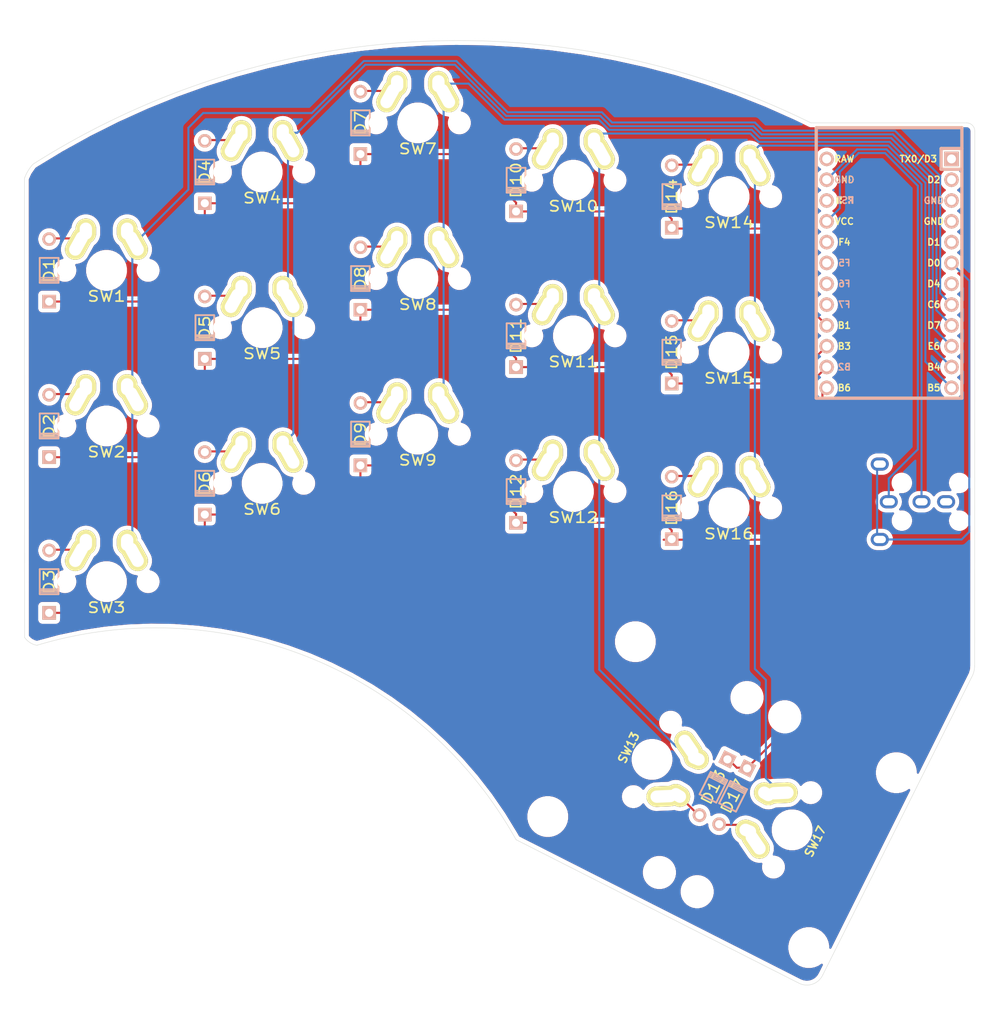
<source format=kicad_pcb>
(kicad_pcb (version 20171130) (host pcbnew 5.1.5)
  (layers (0 F.Cu signal) (31 B.Cu signal) (34 B.Paste user) (35 F.Paste user) (36 B.SilkS user) (37 F.SilkS user) (38 B.Mask user) (39 F.Mask user) (44 Edge.Cuts user))
  (net 0 "")
  (net 1 "Net-(D1-Pad2)")
  (net 2 "Net-(D2-Pad2)")
  (net 3 "Net-(D3-Pad2)")
  (net 4 "Net-(D5-Pad2)")
  (net 5 "Net-(D6-Pad2)")
  (net 6 "Net-(D7-Pad2)")
  (net 7 ROW2)
  (net 8 "Net-(D10-Pad2)")
  (net 9 "Net-(D11-Pad2)")
  (net 10 "Net-(D12-Pad2)")
  (net 11 "Net-(D15-Pad2)")
  (net 12 "Net-(D16-Pad2)")
  (net 13 "Net-(D17-Pad2)")
  (net 14 ROW1)
  (net 15 ROW3)
  (net 16 COL0)
  (net 17 COL1)
  (net 18 COL2)
  (net 19 COL3)
  (net 20 COL4)
  (net 21 ROW0)
  (net 22 SDA)
  (net 23 "Net-(D4-Pad2)")
  (net 24 "Net-(D8-Pad2)")
  (net 25 "Net-(D9-Pad2)")
  (net 26 "Net-(D13-Pad2)")
  (net 27 "Net-(D14-Pad2)")
  (net 28 "Net-(U1-Pad3)")
  (net 29 "Net-(U1-Pad2)")
  (module footprints:trrs (layer B.Cu) (at 135.7 67.25 90)
    (fp_text reference U1)
    (fp_text value TRRS)
    (pad 3 thru_hole oval (at 0 -6.2 90) (size 1.6 2.2) (drill oval 0.9 1.5) (layers *.Cu *.Mask) (net 28 "Net-(U1-Pad3)"))
    (pad "" np_thru_hole circle (at -2.3 -1.6 90) (size 1.5 1.5) (drill 1.5) (layers *.Cu *.Mask))
    (pad "" np_thru_hole circle (at -2.3 -8.6 90) (size 1.5 1.5) (drill 1.5) (layers *.Cu *.Mask))
    (pad 4 thru_hole oval (at 0 -3.2 90) (size 1.6 2.2) (drill oval 0.9 1.5) (layers *.Cu *.Mask))
    (pad 2 thru_hole oval (at 0 -10.2 90) (size 1.6 2.2) (drill oval 0.9 1.5) (layers *.Cu *.Mask) (net 29 "Net-(U1-Pad2)"))
    (pad 1 thru_hole oval (at -4.6 -11.3 90) (size 1.6 2.2) (drill oval 0.9 1.5) (layers *.Cu *.Mask) (net 22 SDA))
    (pad 1 thru_hole oval (at 4.6 -11.3 90) (size 1.6 2.2) (drill oval 0.9 1.5) (layers *.Cu *.Mask) (net 22 SDA))
    (pad "" np_thru_hole circle (at 2.3 -1.6 90) (size 1.5 1.5) (drill 1.5) (layers *.Cu *.Mask))
    (pad "" np_thru_hole circle (at 2.3 -8.6 90) (size 1.5 1.5) (drill 1.5) (layers *.Cu *.Mask))
  )
  (module footprints:promicro (layer B.Cu) (at 125.54 39.37 270)
    (fp_text reference U2 hide)
    (fp_text value ProMicro hide)
    (fp_text user ST (at -8.92 5.73312 180) (layer B.SilkS) (effects (font (size 0.8 0.8)) (justify mirror)))
    (fp_text user TX0/D3 (at -13.97 -3.571872 180) (layer F.SilkS) (effects (font (size 0.8 0.8))))
    (fp_text user TX0/D3 (at -13.97 -3.571872 180) (layer F.SilkS) (effects (font (size 0.8 0.8))))
    (fp_text user D2 (at -11.43 -5.461 180) (layer F.SilkS) (effects (font (size 0.8 0.8))))
    (fp_text user D0 (at -1.27 -5.461 180) (layer F.SilkS) (effects (font (size 0.8 0.8))))
    (fp_text user D1 (at -3.81 -5.461 180) (layer F.SilkS) (effects (font (size 0.8 0.8))))
    (fp_text user GND (at -6.35 -5.461 180) (layer F.SilkS) (effects (font (size 0.8 0.8))))
    (fp_text user GND (at -8.89 -5.461 180) (layer B.SilkS) (effects (font (size 0.8 0.8)) (justify mirror)))
    (fp_text user D4 (at 1.27 -5.461 180) (layer F.SilkS) (effects (font (size 0.8 0.8))))
    (fp_text user C6 (at 3.81 -5.461 180) (layer F.SilkS) (effects (font (size 0.8 0.8))))
    (fp_text user D7 (at 6.35 -5.461 180) (layer F.SilkS) (effects (font (size 0.8 0.8))))
    (fp_text user E6 (at 8.89 -5.461 180) (layer F.SilkS) (effects (font (size 0.8 0.8))))
    (fp_text user B4 (at 11.43 -5.461 180) (layer F.SilkS) (effects (font (size 0.8 0.8))))
    (fp_text user B5 (at 13.97 -5.461 180) (layer F.SilkS) (effects (font (size 0.8 0.8))))
    (fp_text user B6 (at 13.97 5.461 180) (layer F.SilkS) (effects (font (size 0.8 0.8))))
    (fp_text user B2 (at 11.43 5.461 180) (layer B.SilkS) (effects (font (size 0.8 0.8)) (justify mirror)))
    (fp_text user B3 (at 8.89 5.461 180) (layer F.SilkS) (effects (font (size 0.8 0.8))))
    (fp_text user B1 (at 6.35 5.461 180) (layer F.SilkS) (effects (font (size 0.8 0.8))))
    (fp_text user F7 (at 3.81 5.461 180) (layer B.SilkS) (effects (font (size 0.8 0.8)) (justify mirror)))
    (fp_text user F6 (at 1.27 5.461 180) (layer B.SilkS) (effects (font (size 0.8 0.8)) (justify mirror)))
    (fp_text user F5 (at -1.27 5.461 180) (layer B.SilkS) (effects (font (size 0.8 0.8)) (justify mirror)))
    (fp_text user F4 (at -3.81 5.461 180) (layer F.SilkS) (effects (font (size 0.8 0.8))))
    (fp_text user VCC (at -6.35 5.461 180) (layer F.SilkS) (effects (font (size 0.8 0.8))))
    (fp_text user ST (at -8.92 5.73312 180) (layer B.SilkS) (effects (font (size 0.8 0.8)) (justify mirror)))
    (fp_text user GND (at -11.43 5.461 180) (layer B.SilkS) (effects (font (size 0.8 0.8)) (justify mirror)))
    (fp_text user RAW (at -13.97 5.461 180) (layer F.SilkS) (effects (font (size 0.8 0.8))))
    (fp_text user RAW (at -13.97 5.461 180) (layer F.SilkS) (effects (font (size 0.8 0.8))))
    (fp_text user GND (at -11.43 5.461 180) (layer F.SilkS) (effects (font (size 0.8 0.8))))
    (fp_text user VCC (at -6.35 5.461 180) (layer F.SilkS) (effects (font (size 0.8 0.8))))
    (fp_text user F4 (at -3.81 5.461 180) (layer F.SilkS) (effects (font (size 0.8 0.8))))
    (fp_text user F5 (at -1.27 5.461 180) (layer B.SilkS) (effects (font (size 0.8 0.8)) (justify mirror)))
    (fp_text user F6 (at 1.27 5.461 180) (layer B.SilkS) (effects (font (size 0.8 0.8)) (justify mirror)))
    (fp_text user F7 (at 3.81 5.461 180) (layer B.SilkS) (effects (font (size 0.8 0.8)) (justify mirror)))
    (fp_text user B1 (at 6.35 5.461 180) (layer F.SilkS) (effects (font (size 0.8 0.8))))
    (fp_text user B3 (at 8.89 5.461 180) (layer F.SilkS) (effects (font (size 0.8 0.8))))
    (fp_text user B2 (at 11.43 5.461 180) (layer B.SilkS) (effects (font (size 0.8 0.8)) (justify mirror)))
    (fp_text user B6 (at 13.97 5.461 180) (layer F.SilkS) (effects (font (size 0.8 0.8))))
    (fp_text user B5 (at 13.97 -5.461 180) (layer F.SilkS) (effects (font (size 0.8 0.8))))
    (fp_text user B4 (at 11.43 -5.461 180) (layer F.SilkS) (effects (font (size 0.8 0.8))))
    (fp_text user E6 (at 8.89 -5.461 180) (layer F.SilkS) (effects (font (size 0.8 0.8))))
    (fp_text user D7 (at 6.35 -5.461 180) (layer F.SilkS) (effects (font (size 0.8 0.8))))
    (fp_text user C6 (at 3.81 -5.461 180) (layer F.SilkS) (effects (font (size 0.8 0.8))))
    (fp_text user D4 (at 1.27 -5.461 180) (layer F.SilkS) (effects (font (size 0.8 0.8))))
    (fp_text user GND (at -8.89 -5.461 180) (layer F.SilkS) (effects (font (size 0.8 0.8))))
    (fp_text user GND (at -6.35 -5.461 180) (layer F.SilkS) (effects (font (size 0.8 0.8))))
    (fp_text user D1 (at -3.81 -5.461 180) (layer F.SilkS) (effects (font (size 0.8 0.8))))
    (fp_text user D0 (at -1.27 -5.461 180) (layer F.SilkS) (effects (font (size 0.8 0.8))))
    (fp_text user D2 (at -11.43 -5.461 180) (layer F.SilkS) (effects (font (size 0.8 0.8))))
    (pad 24 thru_hole circle (at -13.97 7.62 270) (size 1.7526 1.7526) (drill 1.0922) (layers *.Cu *.SilkS *.Mask))
    (pad 12 thru_hole circle (at 13.97 -7.62 270) (size 1.7526 1.7526) (drill 1.0922) (layers *.Cu *.SilkS *.Mask) (net 20 COL4))
    (pad 23 thru_hole circle (at -11.43 7.62 270) (size 1.7526 1.7526) (drill 1.0922) (layers *.Cu *.SilkS *.Mask) (net 28 "Net-(U1-Pad3)"))
    (pad 22 thru_hole circle (at -8.89 7.62 270) (size 1.7526 1.7526) (drill 1.0922) (layers *.Cu *.SilkS *.Mask))
    (pad 21 thru_hole circle (at -6.35 7.62 270) (size 1.7526 1.7526) (drill 1.0922) (layers *.Cu *.SilkS *.Mask) (net 29 "Net-(U1-Pad2)"))
    (pad 20 thru_hole circle (at -3.81 7.62 270) (size 1.7526 1.7526) (drill 1.0922) (layers *.Cu *.SilkS *.Mask))
    (pad 19 thru_hole circle (at -1.27 7.62 270) (size 1.7526 1.7526) (drill 1.0922) (layers *.Cu *.SilkS *.Mask))
    (pad 18 thru_hole circle (at 1.27 7.62 270) (size 1.7526 1.7526) (drill 1.0922) (layers *.Cu *.SilkS *.Mask))
    (pad 17 thru_hole circle (at 3.81 7.62 270) (size 1.7526 1.7526) (drill 1.0922) (layers *.Cu *.SilkS *.Mask))
    (pad 16 thru_hole circle (at 6.35 7.62 270) (size 1.7526 1.7526) (drill 1.0922) (layers *.Cu *.SilkS *.Mask) (net 21 ROW0))
    (pad 15 thru_hole circle (at 8.89 7.62 270) (size 1.7526 1.7526) (drill 1.0922) (layers *.Cu *.SilkS *.Mask) (net 14 ROW1))
    (pad 14 thru_hole circle (at 11.43 7.62 270) (size 1.7526 1.7526) (drill 1.0922) (layers *.Cu *.SilkS *.Mask) (net 7 ROW2))
    (pad 13 thru_hole circle (at 13.97 7.62 270) (size 1.7526 1.7526) (drill 1.0922) (layers *.Cu *.SilkS *.Mask) (net 15 ROW3))
    (pad 11 thru_hole circle (at 11.43 -7.62 270) (size 1.7526 1.7526) (drill 1.0922) (layers *.Cu *.SilkS *.Mask) (net 19 COL3))
    (pad 10 thru_hole circle (at 8.89 -7.62 270) (size 1.7526 1.7526) (drill 1.0922) (layers *.Cu *.SilkS *.Mask) (net 18 COL2))
    (pad 9 thru_hole circle (at 6.35 -7.62 270) (size 1.7526 1.7526) (drill 1.0922) (layers *.Cu *.SilkS *.Mask) (net 17 COL1))
    (pad 8 thru_hole circle (at 3.81 -7.62 270) (size 1.7526 1.7526) (drill 1.0922) (layers *.Cu *.SilkS *.Mask) (net 16 COL0))
    (pad 7 thru_hole circle (at 1.27 -7.62 270) (size 1.7526 1.7526) (drill 1.0922) (layers *.Cu *.SilkS *.Mask))
    (pad 6 thru_hole circle (at -1.27 -7.62 270) (size 1.7526 1.7526) (drill 1.0922) (layers *.Cu *.SilkS *.Mask) (net 22 SDA))
    (pad 5 thru_hole circle (at -3.81 -7.62 270) (size 1.7526 1.7526) (drill 1.0922) (layers *.Cu *.SilkS *.Mask))
    (pad 4 thru_hole circle (at -6.35 -7.62 270) (size 1.7526 1.7526) (drill 1.0922) (layers *.Cu *.SilkS *.Mask))
    (pad 3 thru_hole circle (at -8.89 -7.62 270) (size 1.7526 1.7526) (drill 1.0922) (layers *.Cu *.SilkS *.Mask))
    (pad 2 thru_hole circle (at -11.43 -7.62 270) (size 1.7526 1.7526) (drill 1.0922) (layers *.Cu *.SilkS *.Mask))
    (pad 1 thru_hole rect (at -13.97 -7.62 270) (size 1.7526 1.7526) (drill 1.0922) (layers *.Cu *.SilkS *.Mask))
  )
  (module footprints:diode (layer F.Cu) (at 106.5 103.2 63.4)
    (fp_text reference D17 (at 0 0 63.4) (layer F.SilkS) (effects (font (size 1.27 1.524) (thickness 0.2032))))
    (fp_text value D hide)
    (pad 1 thru_hole rect (at 3.81 0 63.4) (size 1.651 1.651) (drill 0.9906) (layers *.Cu *.SilkS *.Mask) (net 15 ROW3))
    (pad 2 thru_hole circle (at -3.81 0 63.4) (size 1.651 1.651) (drill 0.9906) (layers *.Cu *.SilkS *.Mask) (net 13 "Net-(D17-Pad2)"))
  )
  (module footprints:diode (layer F.Cu) (at 99 68 270)
    (fp_text reference D16 (at 0 0 90) (layer F.SilkS) (effects (font (size 1.27 1.524) (thickness 0.2032))))
    (fp_text value D hide)
    (pad 1 thru_hole rect (at 3.81 0 270) (size 1.651 1.651) (drill 0.9906) (layers *.Cu *.SilkS *.Mask) (net 7 ROW2))
    (pad 2 thru_hole circle (at -3.81 0 270) (size 1.651 1.651) (drill 0.9906) (layers *.Cu *.SilkS *.Mask) (net 12 "Net-(D16-Pad2)"))
  )
  (module footprints:diode (layer F.Cu) (at 99 49 270)
    (fp_text reference D15 (at 0 0 90) (layer F.SilkS) (effects (font (size 1.27 1.524) (thickness 0.2032))))
    (fp_text value D hide)
    (pad 1 thru_hole rect (at 3.81 0 270) (size 1.651 1.651) (drill 0.9906) (layers *.Cu *.SilkS *.Mask) (net 14 ROW1))
    (pad 2 thru_hole circle (at -3.81 0 270) (size 1.651 1.651) (drill 0.9906) (layers *.Cu *.SilkS *.Mask) (net 11 "Net-(D15-Pad2)"))
  )
  (module footprints:diode (layer F.Cu) (at 99 30 270)
    (fp_text reference D14 (at 0 0 90) (layer F.SilkS) (effects (font (size 1.27 1.524) (thickness 0.2032))))
    (fp_text value D hide)
    (pad 1 thru_hole rect (at 3.81 0 270) (size 1.651 1.651) (drill 0.9906) (layers *.Cu *.SilkS *.Mask) (net 21 ROW0))
    (pad 2 thru_hole circle (at -3.81 0 270) (size 1.651 1.651) (drill 0.9906) (layers *.Cu *.SilkS *.Mask) (net 27 "Net-(D14-Pad2)"))
  )
  (module footprints:diode (layer F.Cu) (at 104.1 102.1 63.4)
    (fp_text reference D13 (at 0 0 63.4) (layer F.SilkS) (effects (font (size 1.27 1.524) (thickness 0.2032))))
    (fp_text value D hide)
    (pad 1 thru_hole rect (at 3.81 0 63.4) (size 1.651 1.651) (drill 0.9906) (layers *.Cu *.SilkS *.Mask) (net 15 ROW3))
    (pad 2 thru_hole circle (at -3.81 0 63.4) (size 1.651 1.651) (drill 0.9906) (layers *.Cu *.SilkS *.Mask) (net 26 "Net-(D13-Pad2)"))
  )
  (module footprints:diode (layer F.Cu) (at 80 66 270)
    (fp_text reference D12 (at 0 0 90) (layer F.SilkS) (effects (font (size 1.27 1.524) (thickness 0.2032))))
    (fp_text value D hide)
    (pad 1 thru_hole rect (at 3.81 0 270) (size 1.651 1.651) (drill 0.9906) (layers *.Cu *.SilkS *.Mask) (net 7 ROW2))
    (pad 2 thru_hole circle (at -3.81 0 270) (size 1.651 1.651) (drill 0.9906) (layers *.Cu *.SilkS *.Mask) (net 10 "Net-(D12-Pad2)"))
  )
  (module footprints:diode (layer F.Cu) (at 80 47 270)
    (fp_text reference D11 (at 0 0 90) (layer F.SilkS) (effects (font (size 1.27 1.524) (thickness 0.2032))))
    (fp_text value D hide)
    (pad 1 thru_hole rect (at 3.81 0 270) (size 1.651 1.651) (drill 0.9906) (layers *.Cu *.SilkS *.Mask) (net 14 ROW1))
    (pad 2 thru_hole circle (at -3.81 0 270) (size 1.651 1.651) (drill 0.9906) (layers *.Cu *.SilkS *.Mask) (net 9 "Net-(D11-Pad2)"))
  )
  (module footprints:diode (layer F.Cu) (at 80 28 270)
    (fp_text reference D10 (at 0 0 90) (layer F.SilkS) (effects (font (size 1.27 1.524) (thickness 0.2032))))
    (fp_text value D hide)
    (pad 1 thru_hole rect (at 3.81 0 270) (size 1.651 1.651) (drill 0.9906) (layers *.Cu *.SilkS *.Mask) (net 21 ROW0))
    (pad 2 thru_hole circle (at -3.81 0 270) (size 1.651 1.651) (drill 0.9906) (layers *.Cu *.SilkS *.Mask) (net 8 "Net-(D10-Pad2)"))
  )
  (module footprints:diode (layer F.Cu) (at 61 59 270)
    (fp_text reference D9 (at 0 0 90) (layer F.SilkS) (effects (font (size 1.27 1.524) (thickness 0.2032))))
    (fp_text value D hide)
    (pad 1 thru_hole rect (at 3.81 0 270) (size 1.651 1.651) (drill 0.9906) (layers *.Cu *.SilkS *.Mask) (net 7 ROW2))
    (pad 2 thru_hole circle (at -3.81 0 270) (size 1.651 1.651) (drill 0.9906) (layers *.Cu *.SilkS *.Mask) (net 25 "Net-(D9-Pad2)"))
  )
  (module footprints:diode (layer F.Cu) (at 61 40 270)
    (fp_text reference D8 (at 0 0 90) (layer F.SilkS) (effects (font (size 1.27 1.524) (thickness 0.2032))))
    (fp_text value D hide)
    (pad 1 thru_hole rect (at 3.81 0 270) (size 1.651 1.651) (drill 0.9906) (layers *.Cu *.SilkS *.Mask) (net 14 ROW1))
    (pad 2 thru_hole circle (at -3.81 0 270) (size 1.651 1.651) (drill 0.9906) (layers *.Cu *.SilkS *.Mask) (net 24 "Net-(D8-Pad2)"))
  )
  (module footprints:diode (layer F.Cu) (at 61 21 270)
    (fp_text reference D7 (at 0 0 90) (layer F.SilkS) (effects (font (size 1.27 1.524) (thickness 0.2032))))
    (fp_text value D hide)
    (pad 1 thru_hole rect (at 3.81 0 270) (size 1.651 1.651) (drill 0.9906) (layers *.Cu *.SilkS *.Mask) (net 21 ROW0))
    (pad 2 thru_hole circle (at -3.81 0 270) (size 1.651 1.651) (drill 0.9906) (layers *.Cu *.SilkS *.Mask) (net 6 "Net-(D7-Pad2)"))
  )
  (module footprints:diode (layer F.Cu) (at 42 65 270)
    (fp_text reference D6 (at 0 0 90) (layer F.SilkS) (effects (font (size 1.27 1.524) (thickness 0.2032))))
    (fp_text value D hide)
    (pad 1 thru_hole rect (at 3.81 0 270) (size 1.651 1.651) (drill 0.9906) (layers *.Cu *.SilkS *.Mask) (net 7 ROW2))
    (pad 2 thru_hole circle (at -3.81 0 270) (size 1.651 1.651) (drill 0.9906) (layers *.Cu *.SilkS *.Mask) (net 5 "Net-(D6-Pad2)"))
  )
  (module footprints:diode (layer F.Cu) (at 42 46 270)
    (fp_text reference D5 (at 0 0 90) (layer F.SilkS) (effects (font (size 1.27 1.524) (thickness 0.2032))))
    (fp_text value D hide)
    (pad 1 thru_hole rect (at 3.81 0 270) (size 1.651 1.651) (drill 0.9906) (layers *.Cu *.SilkS *.Mask) (net 14 ROW1))
    (pad 2 thru_hole circle (at -3.81 0 270) (size 1.651 1.651) (drill 0.9906) (layers *.Cu *.SilkS *.Mask) (net 4 "Net-(D5-Pad2)"))
  )
  (module footprints:diode (layer F.Cu) (at 42 27 270)
    (fp_text reference D4 (at 0 0 90) (layer F.SilkS) (effects (font (size 1.27 1.524) (thickness 0.2032))))
    (fp_text value D hide)
    (pad 1 thru_hole rect (at 3.81 0 270) (size 1.651 1.651) (drill 0.9906) (layers *.Cu *.SilkS *.Mask) (net 21 ROW0))
    (pad 2 thru_hole circle (at -3.81 0 270) (size 1.651 1.651) (drill 0.9906) (layers *.Cu *.SilkS *.Mask) (net 23 "Net-(D4-Pad2)"))
  )
  (module footprints:diode (layer F.Cu) (at 23 77 270)
    (fp_text reference D3 (at 0 0 90) (layer F.SilkS) (effects (font (size 1.27 1.524) (thickness 0.2032))))
    (fp_text value D hide)
    (pad 1 thru_hole rect (at 3.81 0 270) (size 1.651 1.651) (drill 0.9906) (layers *.Cu *.SilkS *.Mask) (net 7 ROW2))
    (pad 2 thru_hole circle (at -3.81 0 270) (size 1.651 1.651) (drill 0.9906) (layers *.Cu *.SilkS *.Mask) (net 3 "Net-(D3-Pad2)"))
  )
  (module footprints:diode (layer F.Cu) (at 23 58 270)
    (fp_text reference D2 (at 0 0 90) (layer F.SilkS) (effects (font (size 1.27 1.524) (thickness 0.2032))))
    (fp_text value D hide)
    (pad 1 thru_hole rect (at 3.81 0 270) (size 1.651 1.651) (drill 0.9906) (layers *.Cu *.SilkS *.Mask) (net 14 ROW1))
    (pad 2 thru_hole circle (at -3.81 0 270) (size 1.651 1.651) (drill 0.9906) (layers *.Cu *.SilkS *.Mask) (net 2 "Net-(D2-Pad2)"))
  )
  (module footprints:diode (layer F.Cu) (at 23 39 270)
    (fp_text reference D1 (at 0 0 90) (layer F.SilkS) (effects (font (size 1.27 1.524) (thickness 0.2032))))
    (fp_text value D hide)
    (pad 1 thru_hole rect (at 3.81 0 270) (size 1.651 1.651) (drill 0.9906) (layers *.Cu *.SilkS *.Mask) (net 21 ROW0))
    (pad 2 thru_hole circle (at -3.81 0 270) (size 1.651 1.651) (drill 0.9906) (layers *.Cu *.SilkS *.Mask) (net 1 "Net-(D1-Pad2)"))
  )
  (module footprints:2u-dual (layer F.Cu) (at 113.7 107.3 63.4)
    (fp_text reference SW17 (at 0 3.175 63.4) (layer F.SilkS) (effects (font (thickness 0.2))))
    (fp_text value switch hide)
    (pad HOLE np_thru_hole circle (at 11.938 8.255 63.4) (size 3.9878 3.9878) (drill 3.9878) (layers *.Cu))
    (pad HOLE np_thru_hole circle (at -11.938 8.255 63.4) (size 3.9878 3.9878) (drill 3.9878) (layers *.Cu))
    (pad HOLE np_thru_hole circle (at 11.938 -6.985 63.4) (size 3.048 3.048) (drill 3.048) (layers *.Cu))
    (pad HOLE np_thru_hole circle (at -11.938 -6.985 63.4) (size 3.048 3.048) (drill 3.048) (layers *.Cu))
    (pad HOLE np_thru_hole circle (at 5.08 0 63.4) (size 1.8 1.8) (drill 1.8) (layers *.Cu))
    (pad HOLE np_thru_hole circle (at -5.08 0 63.4) (size 1.8 1.8) (drill 1.8) (layers *.Cu))
    (pad HOLE np_thru_hole circle (at 0 0 63.4) (size 3.9878 3.9878) (drill 3.9878) (layers *.Cu))
    (pad 2 thru_hole oval (at 2.52 -4.79 59.5) (size 2.5 3.08) (drill oval 1.5 2.08) (layers *.Cu *.Mask F.SilkS) (net 20 COL4))
    (pad 1 thru_hole oval (at -3.405 -3.27 34.35) (size 2.5 4.17) (drill oval 1.5 3.17) (layers *.Cu *.Mask F.SilkS) (net 13 "Net-(D17-Pad2)"))
    (pad 2 thru_hole oval (at 3.405 -3.27 92.45) (size 2.5 4.17) (drill oval 1.5 3.17) (layers *.Cu *.Mask F.SilkS) (net 20 COL4))
    (pad 1 thru_hole oval (at -2.52 -4.79 67.3) (size 2.5 3.08) (drill oval 1.5 2.08) (layers *.Cu *.Mask F.SilkS) (net 13 "Net-(D17-Pad2)"))
  )
  (module footprints:1u-dual (layer F.Cu) (at 106 68)
    (fp_text reference SW16 (at 0 3.175) (layer F.SilkS) (effects (font (size 1.27 1.524) (thickness 0.2032))))
    (fp_text value switch hide)
    (pad 1 thru_hole oval (at -2.52 -4.79) (size 2.5 3.08) (drill oval 1.5 2.08) (layers *.Cu *.Mask F.SilkS) (net 12 "Net-(D16-Pad2)"))
    (pad 2 thru_hole oval (at 3.405 -3.27 29) (size 2.5 4.17) (drill oval 1.5 3.17) (layers *.Cu *.Mask F.SilkS) (net 20 COL4))
    (pad HOLE np_thru_hole circle (at 5.08 0) (size 1.8 1.8) (drill 1.8) (layers *.Cu))
    (pad HOLE np_thru_hole circle (at -5.08 0) (size 1.8 1.8) (drill 1.8) (layers *.Cu))
    (pad HOLE np_thru_hole circle (at 0 0) (size 3.9878 3.9878) (drill 3.9878) (layers *.Cu))
    (pad 2 thru_hole oval (at 2.52 -4.79) (size 2.5 3.08) (drill oval 1.5 2.08) (layers *.Cu *.Mask F.SilkS) (net 20 COL4))
    (pad 1 thru_hole oval (at -3.405 -3.27 330.95) (size 2.5 4.17) (drill oval 1.5 3.17) (layers *.Cu *.Mask F.SilkS) (net 12 "Net-(D16-Pad2)"))
  )
  (module footprints:1u-dual (layer F.Cu) (at 106 49)
    (fp_text reference SW15 (at 0 3.175) (layer F.SilkS) (effects (font (size 1.27 1.524) (thickness 0.2032))))
    (fp_text value switch hide)
    (pad 1 thru_hole oval (at -2.52 -4.79) (size 2.5 3.08) (drill oval 1.5 2.08) (layers *.Cu *.Mask F.SilkS) (net 11 "Net-(D15-Pad2)"))
    (pad 2 thru_hole oval (at 3.405 -3.27 29) (size 2.5 4.17) (drill oval 1.5 3.17) (layers *.Cu *.Mask F.SilkS) (net 20 COL4))
    (pad HOLE np_thru_hole circle (at 5.08 0) (size 1.8 1.8) (drill 1.8) (layers *.Cu))
    (pad HOLE np_thru_hole circle (at -5.08 0) (size 1.8 1.8) (drill 1.8) (layers *.Cu))
    (pad HOLE np_thru_hole circle (at 0 0) (size 3.9878 3.9878) (drill 3.9878) (layers *.Cu))
    (pad 2 thru_hole oval (at 2.52 -4.79) (size 2.5 3.08) (drill oval 1.5 2.08) (layers *.Cu *.Mask F.SilkS) (net 20 COL4))
    (pad 1 thru_hole oval (at -3.405 -3.27 330.95) (size 2.5 4.17) (drill oval 1.5 3.17) (layers *.Cu *.Mask F.SilkS) (net 11 "Net-(D15-Pad2)"))
  )
  (module footprints:1u-dual (layer F.Cu) (at 106 30)
    (fp_text reference SW14 (at 0 3.175) (layer F.SilkS) (effects (font (size 1.27 1.524) (thickness 0.2032))))
    (fp_text value switch hide)
    (pad 1 thru_hole oval (at -2.52 -4.79) (size 2.5 3.08) (drill oval 1.5 2.08) (layers *.Cu *.Mask F.SilkS) (net 27 "Net-(D14-Pad2)"))
    (pad 2 thru_hole oval (at 3.405 -3.27 29) (size 2.5 4.17) (drill oval 1.5 3.17) (layers *.Cu *.Mask F.SilkS) (net 20 COL4))
    (pad HOLE np_thru_hole circle (at 5.08 0) (size 1.8 1.8) (drill 1.8) (layers *.Cu))
    (pad HOLE np_thru_hole circle (at -5.08 0) (size 1.8 1.8) (drill 1.8) (layers *.Cu))
    (pad HOLE np_thru_hole circle (at 0 0) (size 3.9878 3.9878) (drill 3.9878) (layers *.Cu))
    (pad 2 thru_hole oval (at 2.52 -4.79) (size 2.5 3.08) (drill oval 1.5 2.08) (layers *.Cu *.Mask F.SilkS) (net 20 COL4))
    (pad 1 thru_hole oval (at -3.405 -3.27 330.95) (size 2.5 4.17) (drill oval 1.5 3.17) (layers *.Cu *.Mask F.SilkS) (net 27 "Net-(D14-Pad2)"))
  )
  (module footprints:2u-dual (layer F.Cu) (at 96.6 98.7 243.4)
    (fp_text reference SW13 (at 0 3.175 63.4) (layer F.SilkS) (effects (font (thickness 0.2))))
    (fp_text value switch hide)
    (pad HOLE np_thru_hole circle (at 11.938 8.255 243.4) (size 3.9878 3.9878) (drill 3.9878) (layers *.Cu))
    (pad HOLE np_thru_hole circle (at -11.938 8.255 243.4) (size 3.9878 3.9878) (drill 3.9878) (layers *.Cu))
    (pad HOLE np_thru_hole circle (at 11.938 -6.985 243.4) (size 3.048 3.048) (drill 3.048) (layers *.Cu))
    (pad HOLE np_thru_hole circle (at -11.938 -6.985 243.4) (size 3.048 3.048) (drill 3.048) (layers *.Cu))
    (pad HOLE np_thru_hole circle (at 5.08 0 243.4) (size 1.8 1.8) (drill 1.8) (layers *.Cu))
    (pad HOLE np_thru_hole circle (at -5.08 0 243.4) (size 1.8 1.8) (drill 1.8) (layers *.Cu))
    (pad HOLE np_thru_hole circle (at 0 0 243.4) (size 3.9878 3.9878) (drill 3.9878) (layers *.Cu))
    (pad 2 thru_hole oval (at 2.52 -4.79 239.5) (size 2.5 3.08) (drill oval 1.5 2.08) (layers *.Cu *.Mask F.SilkS) (net 26 "Net-(D13-Pad2)"))
    (pad 1 thru_hole oval (at -3.405 -3.27 214.35) (size 2.5 4.17) (drill oval 1.5 3.17) (layers *.Cu *.Mask F.SilkS) (net 19 COL3))
    (pad 2 thru_hole oval (at 3.405 -3.27 272.45) (size 2.5 4.17) (drill oval 1.5 3.17) (layers *.Cu *.Mask F.SilkS) (net 26 "Net-(D13-Pad2)"))
    (pad 1 thru_hole oval (at -2.52 -4.79 247.3) (size 2.5 3.08) (drill oval 1.5 2.08) (layers *.Cu *.Mask F.SilkS) (net 19 COL3))
  )
  (module footprints:1u-dual (layer F.Cu) (at 87 66)
    (fp_text reference SW12 (at 0 3.175) (layer F.SilkS) (effects (font (size 1.27 1.524) (thickness 0.2032))))
    (fp_text value switch hide)
    (pad 1 thru_hole oval (at -2.52 -4.79) (size 2.5 3.08) (drill oval 1.5 2.08) (layers *.Cu *.Mask F.SilkS) (net 10 "Net-(D12-Pad2)"))
    (pad 2 thru_hole oval (at 3.405 -3.27 29) (size 2.5 4.17) (drill oval 1.5 3.17) (layers *.Cu *.Mask F.SilkS) (net 19 COL3))
    (pad HOLE np_thru_hole circle (at 5.08 0) (size 1.8 1.8) (drill 1.8) (layers *.Cu))
    (pad HOLE np_thru_hole circle (at -5.08 0) (size 1.8 1.8) (drill 1.8) (layers *.Cu))
    (pad HOLE np_thru_hole circle (at 0 0) (size 3.9878 3.9878) (drill 3.9878) (layers *.Cu))
    (pad 2 thru_hole oval (at 2.52 -4.79) (size 2.5 3.08) (drill oval 1.5 2.08) (layers *.Cu *.Mask F.SilkS) (net 19 COL3))
    (pad 1 thru_hole oval (at -3.405 -3.27 330.95) (size 2.5 4.17) (drill oval 1.5 3.17) (layers *.Cu *.Mask F.SilkS) (net 10 "Net-(D12-Pad2)"))
  )
  (module footprints:1u-dual (layer F.Cu) (at 87 47)
    (fp_text reference SW11 (at 0 3.175) (layer F.SilkS) (effects (font (size 1.27 1.524) (thickness 0.2032))))
    (fp_text value switch hide)
    (pad 1 thru_hole oval (at -2.52 -4.79) (size 2.5 3.08) (drill oval 1.5 2.08) (layers *.Cu *.Mask F.SilkS) (net 9 "Net-(D11-Pad2)"))
    (pad 2 thru_hole oval (at 3.405 -3.27 29) (size 2.5 4.17) (drill oval 1.5 3.17) (layers *.Cu *.Mask F.SilkS) (net 19 COL3))
    (pad HOLE np_thru_hole circle (at 5.08 0) (size 1.8 1.8) (drill 1.8) (layers *.Cu))
    (pad HOLE np_thru_hole circle (at -5.08 0) (size 1.8 1.8) (drill 1.8) (layers *.Cu))
    (pad HOLE np_thru_hole circle (at 0 0) (size 3.9878 3.9878) (drill 3.9878) (layers *.Cu))
    (pad 2 thru_hole oval (at 2.52 -4.79) (size 2.5 3.08) (drill oval 1.5 2.08) (layers *.Cu *.Mask F.SilkS) (net 19 COL3))
    (pad 1 thru_hole oval (at -3.405 -3.27 330.95) (size 2.5 4.17) (drill oval 1.5 3.17) (layers *.Cu *.Mask F.SilkS) (net 9 "Net-(D11-Pad2)"))
  )
  (module footprints:1u-dual (layer F.Cu) (at 87 28)
    (fp_text reference SW10 (at 0 3.175) (layer F.SilkS) (effects (font (size 1.27 1.524) (thickness 0.2032))))
    (fp_text value switch hide)
    (pad 1 thru_hole oval (at -2.52 -4.79) (size 2.5 3.08) (drill oval 1.5 2.08) (layers *.Cu *.Mask F.SilkS) (net 8 "Net-(D10-Pad2)"))
    (pad 2 thru_hole oval (at 3.405 -3.27 29) (size 2.5 4.17) (drill oval 1.5 3.17) (layers *.Cu *.Mask F.SilkS) (net 19 COL3))
    (pad HOLE np_thru_hole circle (at 5.08 0) (size 1.8 1.8) (drill 1.8) (layers *.Cu))
    (pad HOLE np_thru_hole circle (at -5.08 0) (size 1.8 1.8) (drill 1.8) (layers *.Cu))
    (pad HOLE np_thru_hole circle (at 0 0) (size 3.9878 3.9878) (drill 3.9878) (layers *.Cu))
    (pad 2 thru_hole oval (at 2.52 -4.79) (size 2.5 3.08) (drill oval 1.5 2.08) (layers *.Cu *.Mask F.SilkS) (net 19 COL3))
    (pad 1 thru_hole oval (at -3.405 -3.27 330.95) (size 2.5 4.17) (drill oval 1.5 3.17) (layers *.Cu *.Mask F.SilkS) (net 8 "Net-(D10-Pad2)"))
  )
  (module footprints:1u-dual (layer F.Cu) (at 68 59)
    (fp_text reference SW9 (at 0 3.175) (layer F.SilkS) (effects (font (size 1.27 1.524) (thickness 0.2032))))
    (fp_text value switch hide)
    (pad 1 thru_hole oval (at -2.52 -4.79) (size 2.5 3.08) (drill oval 1.5 2.08) (layers *.Cu *.Mask F.SilkS) (net 25 "Net-(D9-Pad2)"))
    (pad 2 thru_hole oval (at 3.405 -3.27 29) (size 2.5 4.17) (drill oval 1.5 3.17) (layers *.Cu *.Mask F.SilkS) (net 18 COL2))
    (pad HOLE np_thru_hole circle (at 5.08 0) (size 1.8 1.8) (drill 1.8) (layers *.Cu))
    (pad HOLE np_thru_hole circle (at -5.08 0) (size 1.8 1.8) (drill 1.8) (layers *.Cu))
    (pad HOLE np_thru_hole circle (at 0 0) (size 3.9878 3.9878) (drill 3.9878) (layers *.Cu))
    (pad 2 thru_hole oval (at 2.52 -4.79) (size 2.5 3.08) (drill oval 1.5 2.08) (layers *.Cu *.Mask F.SilkS) (net 18 COL2))
    (pad 1 thru_hole oval (at -3.405 -3.27 330.95) (size 2.5 4.17) (drill oval 1.5 3.17) (layers *.Cu *.Mask F.SilkS) (net 25 "Net-(D9-Pad2)"))
  )
  (module footprints:1u-dual (layer F.Cu) (at 68 40)
    (fp_text reference SW8 (at 0 3.175) (layer F.SilkS) (effects (font (size 1.27 1.524) (thickness 0.2032))))
    (fp_text value switch hide)
    (pad 1 thru_hole oval (at -2.52 -4.79) (size 2.5 3.08) (drill oval 1.5 2.08) (layers *.Cu *.Mask F.SilkS) (net 24 "Net-(D8-Pad2)"))
    (pad 2 thru_hole oval (at 3.405 -3.27 29) (size 2.5 4.17) (drill oval 1.5 3.17) (layers *.Cu *.Mask F.SilkS) (net 18 COL2))
    (pad HOLE np_thru_hole circle (at 5.08 0) (size 1.8 1.8) (drill 1.8) (layers *.Cu))
    (pad HOLE np_thru_hole circle (at -5.08 0) (size 1.8 1.8) (drill 1.8) (layers *.Cu))
    (pad HOLE np_thru_hole circle (at 0 0) (size 3.9878 3.9878) (drill 3.9878) (layers *.Cu))
    (pad 2 thru_hole oval (at 2.52 -4.79) (size 2.5 3.08) (drill oval 1.5 2.08) (layers *.Cu *.Mask F.SilkS) (net 18 COL2))
    (pad 1 thru_hole oval (at -3.405 -3.27 330.95) (size 2.5 4.17) (drill oval 1.5 3.17) (layers *.Cu *.Mask F.SilkS) (net 24 "Net-(D8-Pad2)"))
  )
  (module footprints:1u-dual (layer F.Cu) (at 68 21)
    (fp_text reference SW7 (at 0 3.175) (layer F.SilkS) (effects (font (size 1.27 1.524) (thickness 0.2032))))
    (fp_text value switch hide)
    (pad 1 thru_hole oval (at -2.52 -4.79) (size 2.5 3.08) (drill oval 1.5 2.08) (layers *.Cu *.Mask F.SilkS) (net 6 "Net-(D7-Pad2)"))
    (pad 2 thru_hole oval (at 3.405 -3.27 29) (size 2.5 4.17) (drill oval 1.5 3.17) (layers *.Cu *.Mask F.SilkS) (net 18 COL2))
    (pad HOLE np_thru_hole circle (at 5.08 0) (size 1.8 1.8) (drill 1.8) (layers *.Cu))
    (pad HOLE np_thru_hole circle (at -5.08 0) (size 1.8 1.8) (drill 1.8) (layers *.Cu))
    (pad HOLE np_thru_hole circle (at 0 0) (size 3.9878 3.9878) (drill 3.9878) (layers *.Cu))
    (pad 2 thru_hole oval (at 2.52 -4.79) (size 2.5 3.08) (drill oval 1.5 2.08) (layers *.Cu *.Mask F.SilkS) (net 18 COL2))
    (pad 1 thru_hole oval (at -3.405 -3.27 330.95) (size 2.5 4.17) (drill oval 1.5 3.17) (layers *.Cu *.Mask F.SilkS) (net 6 "Net-(D7-Pad2)"))
  )
  (module footprints:1u-dual (layer F.Cu) (at 49 65)
    (fp_text reference SW6 (at 0 3.175) (layer F.SilkS) (effects (font (size 1.27 1.524) (thickness 0.2032))))
    (fp_text value switch hide)
    (pad 1 thru_hole oval (at -2.52 -4.79) (size 2.5 3.08) (drill oval 1.5 2.08) (layers *.Cu *.Mask F.SilkS) (net 5 "Net-(D6-Pad2)"))
    (pad 2 thru_hole oval (at 3.405 -3.27 29) (size 2.5 4.17) (drill oval 1.5 3.17) (layers *.Cu *.Mask F.SilkS) (net 17 COL1))
    (pad HOLE np_thru_hole circle (at 5.08 0) (size 1.8 1.8) (drill 1.8) (layers *.Cu))
    (pad HOLE np_thru_hole circle (at -5.08 0) (size 1.8 1.8) (drill 1.8) (layers *.Cu))
    (pad HOLE np_thru_hole circle (at 0 0) (size 3.9878 3.9878) (drill 3.9878) (layers *.Cu))
    (pad 2 thru_hole oval (at 2.52 -4.79) (size 2.5 3.08) (drill oval 1.5 2.08) (layers *.Cu *.Mask F.SilkS) (net 17 COL1))
    (pad 1 thru_hole oval (at -3.405 -3.27 330.95) (size 2.5 4.17) (drill oval 1.5 3.17) (layers *.Cu *.Mask F.SilkS) (net 5 "Net-(D6-Pad2)"))
  )
  (module footprints:1u-dual (layer F.Cu) (at 49 46)
    (fp_text reference SW5 (at 0 3.175) (layer F.SilkS) (effects (font (size 1.27 1.524) (thickness 0.2032))))
    (fp_text value switch hide)
    (pad 1 thru_hole oval (at -2.52 -4.79) (size 2.5 3.08) (drill oval 1.5 2.08) (layers *.Cu *.Mask F.SilkS) (net 4 "Net-(D5-Pad2)"))
    (pad 2 thru_hole oval (at 3.405 -3.27 29) (size 2.5 4.17) (drill oval 1.5 3.17) (layers *.Cu *.Mask F.SilkS) (net 17 COL1))
    (pad HOLE np_thru_hole circle (at 5.08 0) (size 1.8 1.8) (drill 1.8) (layers *.Cu))
    (pad HOLE np_thru_hole circle (at -5.08 0) (size 1.8 1.8) (drill 1.8) (layers *.Cu))
    (pad HOLE np_thru_hole circle (at 0 0) (size 3.9878 3.9878) (drill 3.9878) (layers *.Cu))
    (pad 2 thru_hole oval (at 2.52 -4.79) (size 2.5 3.08) (drill oval 1.5 2.08) (layers *.Cu *.Mask F.SilkS) (net 17 COL1))
    (pad 1 thru_hole oval (at -3.405 -3.27 330.95) (size 2.5 4.17) (drill oval 1.5 3.17) (layers *.Cu *.Mask F.SilkS) (net 4 "Net-(D5-Pad2)"))
  )
  (module footprints:1u-dual (layer F.Cu) (at 49 27)
    (fp_text reference SW4 (at 0 3.175) (layer F.SilkS) (effects (font (size 1.27 1.524) (thickness 0.2032))))
    (fp_text value switch hide)
    (pad 1 thru_hole oval (at -2.52 -4.79) (size 2.5 3.08) (drill oval 1.5 2.08) (layers *.Cu *.Mask F.SilkS) (net 23 "Net-(D4-Pad2)"))
    (pad 2 thru_hole oval (at 3.405 -3.27 29) (size 2.5 4.17) (drill oval 1.5 3.17) (layers *.Cu *.Mask F.SilkS) (net 17 COL1))
    (pad HOLE np_thru_hole circle (at 5.08 0) (size 1.8 1.8) (drill 1.8) (layers *.Cu))
    (pad HOLE np_thru_hole circle (at -5.08 0) (size 1.8 1.8) (drill 1.8) (layers *.Cu))
    (pad HOLE np_thru_hole circle (at 0 0) (size 3.9878 3.9878) (drill 3.9878) (layers *.Cu))
    (pad 2 thru_hole oval (at 2.52 -4.79) (size 2.5 3.08) (drill oval 1.5 2.08) (layers *.Cu *.Mask F.SilkS) (net 17 COL1))
    (pad 1 thru_hole oval (at -3.405 -3.27 330.95) (size 2.5 4.17) (drill oval 1.5 3.17) (layers *.Cu *.Mask F.SilkS) (net 23 "Net-(D4-Pad2)"))
  )
  (module footprints:1u-dual (layer F.Cu) (at 30 77)
    (fp_text reference SW3 (at 0 3.175) (layer F.SilkS) (effects (font (size 1.27 1.524) (thickness 0.2032))))
    (fp_text value switch hide)
    (pad 1 thru_hole oval (at -2.52 -4.79) (size 2.5 3.08) (drill oval 1.5 2.08) (layers *.Cu *.Mask F.SilkS) (net 3 "Net-(D3-Pad2)"))
    (pad 2 thru_hole oval (at 3.405 -3.27 29) (size 2.5 4.17) (drill oval 1.5 3.17) (layers *.Cu *.Mask F.SilkS) (net 16 COL0))
    (pad HOLE np_thru_hole circle (at 5.08 0) (size 1.8 1.8) (drill 1.8) (layers *.Cu))
    (pad HOLE np_thru_hole circle (at -5.08 0) (size 1.8 1.8) (drill 1.8) (layers *.Cu))
    (pad HOLE np_thru_hole circle (at 0 0) (size 3.9878 3.9878) (drill 3.9878) (layers *.Cu))
    (pad 2 thru_hole oval (at 2.52 -4.79) (size 2.5 3.08) (drill oval 1.5 2.08) (layers *.Cu *.Mask F.SilkS) (net 16 COL0))
    (pad 1 thru_hole oval (at -3.405 -3.27 330.95) (size 2.5 4.17) (drill oval 1.5 3.17) (layers *.Cu *.Mask F.SilkS) (net 3 "Net-(D3-Pad2)"))
  )
  (module footprints:1u-dual (layer F.Cu) (at 30 58)
    (fp_text reference SW2 (at 0 3.175) (layer F.SilkS) (effects (font (size 1.27 1.524) (thickness 0.2032))))
    (fp_text value switch hide)
    (pad 1 thru_hole oval (at -2.52 -4.79) (size 2.5 3.08) (drill oval 1.5 2.08) (layers *.Cu *.Mask F.SilkS) (net 2 "Net-(D2-Pad2)"))
    (pad 2 thru_hole oval (at 3.405 -3.27 29) (size 2.5 4.17) (drill oval 1.5 3.17) (layers *.Cu *.Mask F.SilkS) (net 16 COL0))
    (pad HOLE np_thru_hole circle (at 5.08 0) (size 1.8 1.8) (drill 1.8) (layers *.Cu))
    (pad HOLE np_thru_hole circle (at -5.08 0) (size 1.8 1.8) (drill 1.8) (layers *.Cu))
    (pad HOLE np_thru_hole circle (at 0 0) (size 3.9878 3.9878) (drill 3.9878) (layers *.Cu))
    (pad 2 thru_hole oval (at 2.52 -4.79) (size 2.5 3.08) (drill oval 1.5 2.08) (layers *.Cu *.Mask F.SilkS) (net 16 COL0))
    (pad 1 thru_hole oval (at -3.405 -3.27 330.95) (size 2.5 4.17) (drill oval 1.5 3.17) (layers *.Cu *.Mask F.SilkS) (net 2 "Net-(D2-Pad2)"))
  )
  (module footprints:1u-dual (layer F.Cu) (at 30 39)
    (fp_text reference SW1 (at 0 3.175) (layer F.SilkS) (effects (font (size 1.27 1.524) (thickness 0.2032))))
    (fp_text value switch hide)
    (pad 1 thru_hole oval (at -2.52 -4.79) (size 2.5 3.08) (drill oval 1.5 2.08) (layers *.Cu *.Mask F.SilkS) (net 1 "Net-(D1-Pad2)"))
    (pad 2 thru_hole oval (at 3.405 -3.27 29) (size 2.5 4.17) (drill oval 1.5 3.17) (layers *.Cu *.Mask F.SilkS) (net 16 COL0))
    (pad HOLE np_thru_hole circle (at 5.08 0) (size 1.8 1.8) (drill 1.8) (layers *.Cu))
    (pad HOLE np_thru_hole circle (at -5.08 0) (size 1.8 1.8) (drill 1.8) (layers *.Cu))
    (pad HOLE np_thru_hole circle (at 0 0) (size 3.9878 3.9878) (drill 3.9878) (layers *.Cu))
    (pad 2 thru_hole oval (at 2.52 -4.79) (size 2.5 3.08) (drill oval 1.5 2.08) (layers *.Cu *.Mask F.SilkS) (net 16 COL0))
    (pad 1 thru_hole oval (at -3.405 -3.27 330.95) (size 2.5 4.17) (drill oval 1.5 3.17) (layers *.Cu *.Mask F.SilkS) (net 1 "Net-(D1-Pad2)"))
  )
  (gr_arc (start 133.2 87.3) (end 135.599999 88.699999) (angle -30.25643716) (layer Edge.Cuts) (width 0.05))
  (gr_arc (start 115.5 124.1) (end 114.500001 125.999999) (angle -93.53079528) (layer Edge.Cuts) (width 0.05))
  (gr_arc (start 24.8 29.5) (end 21.027586 26.0435) (angle -22.6125193) (layer Edge.Cuts) (width 0.05))
  (gr_arc (start 135 22) (end 136 22) (angle -90) (layer Edge.Cuts) (width 0.05))
  (gr_line (start 21.591137 84.744072) (end 21.499802 84.76712) (layer Edge.Cuts) (width 0.05))
  (gr_arc (start 21.9 82.5) (end 20.000001 83.799999) (angle -45.60878847) (layer Edge.Cuts) (width 0.05))
  (gr_arc (start 36 133) (end 79.999999 108.500001) (angle -77.5153804) (layer Edge.Cuts) (width 0.05))
  (gr_line (start 19.988572 27.759696) (end 20.000001 83.799999) (layer Edge.Cuts) (width 0.05))
  (gr_line (start 116 21) (end 135 21) (layer Edge.Cuts) (width 0.05))
  (gr_arc (start 73 108) (end 116 21) (angle -58.6816949) (layer Edge.Cuts) (width 0.05))
  (gr_line (start 80 108.5) (end 114.5 126) (layer Edge.Cuts) (width 0.05))
  (gr_line (start 135.978487 87.3) (end 136 22) (layer Edge.Cuts) (width 0.05))
  (gr_line (start 117.457977 124.981089) (end 135.6 88.7) (layer Edge.Cuts) (width 0.05))
  (segment (start 25.37 35.73) (end 26.845 35.73) (width 0.25) (layer F.Cu) (net 1))
  (segment (start 27.4 35.1) (end 27.5 35) (width 0.25) (layer F.Cu) (net 1))
  (segment (start 23 35.1) (end 27.4 35.1) (width 0.25) (layer F.Cu) (net 1))
  (segment (start 23 54.1) (end 27.4 54.1) (width 0.25) (layer F.Cu) (net 2))
  (segment (start 23 73.1) (end 27.4 73.1) (width 0.25) (layer F.Cu) (net 3))
  (segment (start 45.1 42) (end 46.5 42) (width 0.25) (layer F.Cu) (net 4))
  (segment (start 46.4 42.1) (end 46.5 42) (width 0.25) (layer F.Cu) (net 4))
  (segment (start 42 42.1) (end 46.4 42.1) (width 0.25) (layer F.Cu) (net 4))
  (segment (start 45.1 61) (end 46.5 61) (width 0.25) (layer F.Cu) (net 5))
  (segment (start 46.4 61.1) (end 46.5 61) (width 0.25) (layer F.Cu) (net 5))
  (segment (start 42 61.1) (end 46.4 61.1) (width 0.25) (layer F.Cu) (net 5))
  (segment (start 65.4 17.1) (end 65.5 17) (width 0.25) (layer F.Cu) (net 6))
  (segment (start 61 17.1) (end 65.4 17.1) (width 0.25) (layer F.Cu) (net 6))
  (segment (start 42 68.81) (end 57.69 68.81) (width 0.25) (layer F.Cu) (net 7))
  (segment (start 61 65.5) (end 61 62.81) (width 0.25) (layer F.Cu) (net 7))
  (segment (start 57.69 68.81) (end 61 65.5) (width 0.25) (layer F.Cu) (net 7))
  (segment (start 36.19 80.81) (end 42 75) (width 0.25) (layer F.Cu) (net 7))
  (segment (start 23 80.81) (end 36.19 80.81) (width 0.25) (layer F.Cu) (net 7))
  (segment (start 42 75) (end 42 68.81) (width 0.25) (layer F.Cu) (net 7))
  (segment (start 98 69.9) (end 98.018 69.882) (width 0.25) (layer F.Cu) (net 7))
  (segment (start 98.018 71.882) (end 111.118 71.882) (width 0.25) (layer F.Cu) (net 7))
  (segment (start 111.118 71.882) (end 115.85 67.15) (width 0.25) (layer F.Cu) (net 7))
  (segment (start 115.85 52.87) (end 117.92 50.8) (width 0.25) (layer F.Cu) (net 7))
  (segment (start 115.85 67.15) (end 115.85 52.87) (width 0.25) (layer F.Cu) (net 7))
  (segment (start 80 68.7345) (end 80 69.81) (width 0.25) (layer F.Cu) (net 7))
  (segment (start 74.0755 62.81) (end 80 68.7345) (width 0.25) (layer F.Cu) (net 7))
  (segment (start 61 62.81) (end 74.0755 62.81) (width 0.25) (layer F.Cu) (net 7))
  (segment (start 99 70.7345) (end 99 71.81) (width 0.25) (layer F.Cu) (net 7))
  (segment (start 98.0755 69.81) (end 99 70.7345) (width 0.25) (layer F.Cu) (net 7))
  (segment (start 80 69.81) (end 98.0755 69.81) (width 0.25) (layer F.Cu) (net 7))
  (segment (start 83.9 24.1) (end 84.5 23.5) (width 0.25) (layer F.Cu) (net 8))
  (segment (start 80 24.1) (end 83.9 24.1) (width 0.25) (layer F.Cu) (net 8))
  (segment (start 83.1 43) (end 84.5 43) (width 0.25) (layer F.Cu) (net 9))
  (segment (start 84.4 43.1) (end 84.5 43) (width 0.25) (layer F.Cu) (net 9))
  (segment (start 80 43.1) (end 84.4 43.1) (width 0.25) (layer F.Cu) (net 9))
  (segment (start 82.37 62.73) (end 83.845 62.73) (width 0.25) (layer F.Cu) (net 10))
  (segment (start 84.4 62.1) (end 84.5 62) (width 0.25) (layer F.Cu) (net 10))
  (segment (start 80 62.1) (end 84.4 62.1) (width 0.25) (layer F.Cu) (net 10))
  (segment (start 101.37 45.73) (end 102.845 45.73) (width 0.25) (layer F.Cu) (net 11))
  (segment (start 102.215 45.1) (end 102.845 45.73) (width 0.25) (layer F.Cu) (net 11))
  (segment (start 99 45.1) (end 102.215 45.1) (width 0.25) (layer F.Cu) (net 11))
  (segment (start 101.37 64.73) (end 102.845 64.73) (width 0.25) (layer F.Cu) (net 12))
  (segment (start 103.4 64.1) (end 103.5 64) (width 0.25) (layer F.Cu) (net 12))
  (segment (start 99 64.1) (end 103.4 64.1) (width 0.25) (layer F.Cu) (net 12))
  (segment (start 107.567347 106.687202) (end 108.288648 107.408503) (width 0.25) (layer F.Cu) (net 13))
  (segment (start 104.75374 106.687202) (end 107.567347 106.687202) (width 0.25) (layer F.Cu) (net 13))
  (segment (start 42 49.81) (end 57.69 49.81) (width 0.25) (layer F.Cu) (net 14))
  (segment (start 61 46.5) (end 61 43.81) (width 0.25) (layer F.Cu) (net 14))
  (segment (start 57.69 49.81) (end 61 46.5) (width 0.25) (layer F.Cu) (net 14))
  (segment (start 36.19 61.81) (end 42 56) (width 0.25) (layer F.Cu) (net 14))
  (segment (start 23 61.81) (end 36.19 61.81) (width 0.25) (layer F.Cu) (net 14))
  (segment (start 42 56) (end 42 49.81) (width 0.25) (layer F.Cu) (net 14))
  (segment (start 80 49.7345) (end 80 50.81) (width 0.25) (layer F.Cu) (net 14))
  (segment (start 74.0755 43.81) (end 80 49.7345) (width 0.25) (layer F.Cu) (net 14))
  (segment (start 61 43.81) (end 74.0755 43.81) (width 0.25) (layer F.Cu) (net 14))
  (segment (start 99 51.7345) (end 99 52.81) (width 0.25) (layer F.Cu) (net 14))
  (segment (start 98.0755 50.81) (end 99 51.7345) (width 0.25) (layer F.Cu) (net 14))
  (segment (start 80 50.81) (end 98.0755 50.81) (width 0.25) (layer F.Cu) (net 14))
  (segment (start 113.37 52.81) (end 117.92 48.26) (width 0.25) (layer F.Cu) (net 14))
  (segment (start 99 52.81) (end 113.37 52.81) (width 0.25) (layer F.Cu) (net 14))
  (segment (start 106.94626 99.712798) (end 108.24626 99.712798) (width 0.25) (layer F.Cu) (net 15))
  (segment (start 105.84626 98.612798) (end 106.94626 99.712798) (width 0.25) (layer F.Cu) (net 15))
  (segment (start 113.2 96.4) (end 117.4 92.2) (width 0.25) (layer F.Cu) (net 15))
  (segment (start 108.24626 99.712798) (end 111.559058 96.4) (width 0.25) (layer F.Cu) (net 15))
  (segment (start 117.4 53.86) (end 117.92 53.34) (width 0.25) (layer F.Cu) (net 15))
  (segment (start 117.4 92.2) (end 117.4 53.86) (width 0.25) (layer F.Cu) (net 15))
  (segment (start 111.559058 96.4) (end 113.2 96.4) (width 0.25) (layer F.Cu) (net 15))
  (segment (start 33.155 52.305) (end 32.54 52.92) (width 0.25) (layer B.Cu) (net 16))
  (segment (start 33.155 35.73) (end 33.155 52.305) (width 0.25) (layer B.Cu) (net 16))
  (segment (start 33.155 71.575) (end 32.52 72.21) (width 0.25) (layer B.Cu) (net 16))
  (segment (start 33.155 54.73) (end 33.155 71.575) (width 0.25) (layer B.Cu) (net 16))
  (segment (start 131.770044 41.790044) (end 131.770044 27.547222) (width 0.25) (layer B.Cu) (net 16))
  (segment (start 133.16 43.18) (end 131.770044 41.790044) (width 0.25) (layer B.Cu) (net 16))
  (segment (start 131.8 27.5) (end 126.24997 21.94997) (width 0.25) (layer B.Cu) (net 16))
  (segment (start 110.1592 21.94997) (end 109.1592 20.94997) (width 0.25) (layer B.Cu) (net 16))
  (segment (start 126.24997 21.94997) (end 110.1592 21.94997) (width 0.25) (layer B.Cu) (net 16))
  (segment (start 91.72279 20.94997) (end 90.4728 19.69998) (width 0.25) (layer B.Cu) (net 16))
  (segment (start 109.1592 20.94997) (end 91.72279 20.94997) (width 0.25) (layer B.Cu) (net 16))
  (segment (start 90.4728 19.69998) (end 78.9728 19.69998) (width 0.25) (layer B.Cu) (net 16))
  (segment (start 72.72281 13.44999) (end 61.413599 13.449991) (width 0.25) (layer B.Cu) (net 16))
  (segment (start 78.9728 19.69998) (end 72.72281 13.44999) (width 0.25) (layer B.Cu) (net 16))
  (segment (start 61.413599 13.449991) (end 55.06359 19.8) (width 0.25) (layer B.Cu) (net 16))
  (segment (start 55.06359 19.8) (end 41.8 19.8) (width 0.25) (layer B.Cu) (net 16))
  (segment (start 41.8 19.8) (end 40 21.6) (width 0.25) (layer B.Cu) (net 16))
  (segment (start 40 29.135) (end 33.405 35.73) (width 0.25) (layer B.Cu) (net 16))
  (segment (start 40 21.6) (end 40 29.135) (width 0.25) (layer B.Cu) (net 16))
  (segment (start 52.155 40.305) (end 51.54 40.92) (width 0.25) (layer B.Cu) (net 17))
  (segment (start 52.155 23.73) (end 52.155 40.305) (width 0.25) (layer B.Cu) (net 17))
  (segment (start 52.5483 59.1817) (end 51.52 60.21) (width 0.25) (layer B.Cu) (net 17))
  (segment (start 52.81 58.92) (end 52.5483 59.1817) (width 0.25) (layer B.Cu) (net 17))
  (segment (start 52.81 43.46) (end 52.81 58.92) (width 0.25) (layer B.Cu) (net 17))
  (segment (start 133.16 45.72) (end 131.320033 43.880033) (width 0.25) (layer B.Cu) (net 17))
  (segment (start 131.320033 43.880033) (end 131.320033 27.733622) (width 0.25) (layer B.Cu) (net 17))
  (segment (start 53.29 22.21) (end 51.52 22.21) (width 0.25) (layer B.Cu) (net 17))
  (segment (start 72.53641 13.9) (end 61.6 13.9) (width 0.25) (layer B.Cu) (net 17))
  (segment (start 61.6 13.9) (end 53.29 22.21) (width 0.25) (layer B.Cu) (net 17))
  (segment (start 78.7864 20.14999) (end 72.53641 13.9) (width 0.25) (layer B.Cu) (net 17))
  (segment (start 90.2864 20.14999) (end 78.7864 20.14999) (width 0.25) (layer B.Cu) (net 17))
  (segment (start 125.99998 22.39998) (end 109.9728 22.39998) (width 0.25) (layer B.Cu) (net 17))
  (segment (start 108.9728 21.39998) (end 91.53639 21.39998) (width 0.25) (layer B.Cu) (net 17))
  (segment (start 131.3 27.7) (end 125.99998 22.39998) (width 0.25) (layer B.Cu) (net 17))
  (segment (start 109.9728 22.39998) (end 108.9728 21.39998) (width 0.25) (layer B.Cu) (net 17))
  (segment (start 91.53639 21.39998) (end 90.2864 20.14999) (width 0.25) (layer B.Cu) (net 17))
  (segment (start 71.155 34.575) (end 70.52 35.21) (width 0.25) (layer B.Cu) (net 18))
  (segment (start 71.155 17.73) (end 71.155 34.575) (width 0.25) (layer B.Cu) (net 18))
  (segment (start 71.155 53.575) (end 70.52 54.21) (width 0.25) (layer B.Cu) (net 18))
  (segment (start 71.155 36.73) (end 71.155 53.575) (width 0.25) (layer B.Cu) (net 18))
  (segment (start 74.21 16.21) (end 70.52 16.21) (width 0.25) (layer B.Cu) (net 18))
  (segment (start 78.6 20.6) (end 74.21 16.21) (width 0.25) (layer B.Cu) (net 18))
  (segment (start 91.34999 21.84999) (end 90.1 20.6) (width 0.25) (layer B.Cu) (net 18))
  (segment (start 108.7864 21.84999) (end 91.34999 21.84999) (width 0.25) (layer B.Cu) (net 18))
  (segment (start 130.870022 45.970022) (end 130.870022 27.920022) (width 0.25) (layer B.Cu) (net 18))
  (segment (start 109.7864 22.84999) (end 108.7864 21.84999) (width 0.25) (layer B.Cu) (net 18))
  (segment (start 133.16 48.26) (end 130.870022 45.970022) (width 0.25) (layer B.Cu) (net 18))
  (segment (start 130.870022 27.920022) (end 125.79999 22.84999) (width 0.25) (layer B.Cu) (net 18))
  (segment (start 90.1 20.6) (end 78.6 20.6) (width 0.25) (layer B.Cu) (net 18))
  (segment (start 125.79999 22.84999) (end 109.7864 22.84999) (width 0.25) (layer B.Cu) (net 18))
  (segment (start 90.155 41.575) (end 89.52 42.21) (width 0.25) (layer B.Cu) (net 19))
  (segment (start 90.155 24.73) (end 90.155 41.575) (width 0.25) (layer B.Cu) (net 19))
  (segment (start 90.155 60.305) (end 89.54 60.92) (width 0.25) (layer B.Cu) (net 19))
  (segment (start 90.155 43.73) (end 90.155 60.305) (width 0.25) (layer B.Cu) (net 19))
  (segment (start 90.43 22.3) (end 89.52 23.21) (width 0.25) (layer B.Cu) (net 19))
  (segment (start 108.6 22.3) (end 90.43 22.3) (width 0.25) (layer B.Cu) (net 19))
  (segment (start 130.420011 48.060011) (end 130.420011 28.1236) (width 0.25) (layer B.Cu) (net 19))
  (segment (start 130.420011 28.1236) (end 125.617444 23.321033) (width 0.25) (layer B.Cu) (net 19))
  (segment (start 133.16 50.8) (end 130.420011 48.060011) (width 0.25) (layer B.Cu) (net 19))
  (segment (start 125.617444 23.321033) (end 109.621033 23.321033) (width 0.25) (layer B.Cu) (net 19))
  (segment (start 109.621033 23.321033) (end 108.6 22.3) (width 0.25) (layer B.Cu) (net 19))
  (segment (start 90.155 87.738183) (end 90.155 62.98) (width 0.25) (layer B.Cu) (net 19))
  (segment (start 90.155 62.98) (end 90.405 62.73) (width 0.25) (layer B.Cu) (net 19))
  (segment (start 101.048504 97.119577) (end 99.536394 97.119577) (width 0.25) (layer B.Cu) (net 19))
  (segment (start 99.536394 97.119577) (end 90.155 87.738183) (width 0.25) (layer B.Cu) (net 19))
  (segment (start 109.155 43.305) (end 108.54 43.92) (width 0.25) (layer B.Cu) (net 20))
  (segment (start 109.155 26.73) (end 109.155 43.305) (width 0.25) (layer B.Cu) (net 20))
  (segment (start 109.155 62.305) (end 108.54 62.92) (width 0.25) (layer B.Cu) (net 20))
  (segment (start 109.155 45.73) (end 109.155 62.305) (width 0.25) (layer B.Cu) (net 20))
  (segment (start 109.688956 23.771044) (end 108.54 24.92) (width 0.25) (layer B.Cu) (net 20))
  (segment (start 129.97 28.31) (end 125.431044 23.771044) (width 0.25) (layer B.Cu) (net 20))
  (segment (start 125.431044 23.771044) (end 109.688956 23.771044) (width 0.25) (layer B.Cu) (net 20))
  (segment (start 133.16 53.34) (end 129.97 50.15) (width 0.25) (layer B.Cu) (net 20))
  (segment (start 129.97 50.15) (end 129.97 28.31) (width 0.25) (layer B.Cu) (net 20))
  (segment (start 109.155 87.655) (end 109.155 64.73) (width 0.25) (layer B.Cu) (net 20))
  (segment (start 110.5 89) (end 109.155 87.655) (width 0.25) (layer B.Cu) (net 20))
  (segment (start 112.300735 102.791233) (end 110.5 100.990498) (width 0.25) (layer B.Cu) (net 20))
  (segment (start 110.5 100.990498) (end 110.5 89) (width 0.25) (layer B.Cu) (net 20))
  (segment (start 115.815 43.615) (end 117.92 45.72) (width 0.25) (layer F.Cu) (net 21))
  (segment (start 115.815 37.785) (end 115.815 43.615) (width 0.25) (layer F.Cu) (net 21))
  (segment (start 99 33.9) (end 111.93 33.9) (width 0.25) (layer F.Cu) (net 21))
  (segment (start 111.93 33.9) (end 115.815 37.785) (width 0.25) (layer F.Cu) (net 21))
  (segment (start 23 42.81) (end 36.19 42.81) (width 0.25) (layer F.Cu) (net 21))
  (segment (start 42 37) (end 42 30.81) (width 0.25) (layer F.Cu) (net 21))
  (segment (start 36.19 42.81) (end 42 37) (width 0.25) (layer F.Cu) (net 21))
  (segment (start 42 30.81) (end 57.69 30.81) (width 0.25) (layer F.Cu) (net 21))
  (segment (start 61 27.5) (end 61 24.81) (width 0.25) (layer F.Cu) (net 21))
  (segment (start 57.69 30.81) (end 61 27.5) (width 0.25) (layer F.Cu) (net 21))
  (segment (start 80 30.7345) (end 80 31.81) (width 0.25) (layer F.Cu) (net 21))
  (segment (start 74.0755 24.81) (end 80 30.7345) (width 0.25) (layer F.Cu) (net 21))
  (segment (start 61 24.81) (end 74.0755 24.81) (width 0.25) (layer F.Cu) (net 21))
  (segment (start 99 32.7345) (end 99 33.81) (width 0.25) (layer F.Cu) (net 21))
  (segment (start 98.0755 31.81) (end 99 32.7345) (width 0.25) (layer F.Cu) (net 21))
  (segment (start 80 31.81) (end 98.0755 31.81) (width 0.25) (layer F.Cu) (net 21))
  (segment (start 124.07499 62.97501) (end 124.4 62.65) (width 0.25) (layer B.Cu) (net 22))
  (segment (start 124.4 71.85) (end 124.365 71.85) (width 0.25) (layer B.Cu) (net 22))
  (segment (start 124.07499 71.55999) (end 124.07499 62.97501) (width 0.25) (layer B.Cu) (net 22))
  (segment (start 124.365 71.85) (end 124.07499 71.55999) (width 0.25) (layer B.Cu) (net 22))
  (segment (start 135.33 40.27) (end 133.16 38.1) (width 0.25) (layer B.Cu) (net 22))
  (segment (start 135.33 70.92) (end 135.33 40.27) (width 0.25) (layer B.Cu) (net 22))
  (segment (start 124.4 71.85) (end 134.4 71.85) (width 0.25) (layer B.Cu) (net 22))
  (segment (start 134.4 71.85) (end 135.33 70.92) (width 0.25) (layer B.Cu) (net 22))
  (segment (start 44.37 23.73) (end 45.845 23.73) (width 0.25) (layer F.Cu) (net 23))
  (segment (start 46.4 23.1) (end 46.5 23) (width 0.25) (layer F.Cu) (net 23))
  (segment (start 42 23.1) (end 46.4 23.1) (width 0.25) (layer F.Cu) (net 23))
  (segment (start 64.1 36) (end 65.5 36) (width 0.25) (layer F.Cu) (net 24))
  (segment (start 65.4 36.1) (end 65.5 36) (width 0.25) (layer F.Cu) (net 24))
  (segment (start 61 36.1) (end 65.4 36.1) (width 0.25) (layer F.Cu) (net 24))
  (segment (start 64.1 55) (end 65.5 55) (width 0.25) (layer F.Cu) (net 25))
  (segment (start 65.4 55.1) (end 65.5 55) (width 0.25) (layer F.Cu) (net 25))
  (segment (start 61 55.1) (end 65.4 55.1) (width 0.25) (layer F.Cu) (net 25))
  (segment (start 99.864573 103.098035) (end 99.754646 103.098035) (width 0.25) (layer F.Cu) (net 26))
  (segment (start 102.35374 105.587202) (end 99.864573 103.098035) (width 0.25) (layer F.Cu) (net 26))
  (segment (start 103.4 26.1) (end 103.5 26) (width 0.25) (layer F.Cu) (net 27))
  (segment (start 99 26.1) (end 103.4 26.1) (width 0.25) (layer F.Cu) (net 27))
  (segment (start 121.63 24.23) (end 117.92 27.94) (width 0.25) (layer B.Cu) (net 28))
  (segment (start 129.5 67.25) (end 129.5 28.5) (width 0.25) (layer B.Cu) (net 28))
  (segment (start 125.23 24.23) (end 121.63 24.23) (width 0.25) (layer B.Cu) (net 28))
  (segment (start 129.5 28.5) (end 125.23 24.23) (width 0.25) (layer B.Cu) (net 28))
  (segment (start 119.53 31.41) (end 117.92 33.02) (width 0.25) (layer B.Cu) (net 29))
  (segment (start 121.8164 24.68001) (end 121.8164 24.6936) (width 0.25) (layer B.Cu) (net 29))
  (segment (start 119.53 26.98) (end 119.53 31.41) (width 0.25) (layer B.Cu) (net 29))
  (segment (start 125.5 64.4) (end 129.04999 60.85001) (width 0.25) (layer B.Cu) (net 29))
  (segment (start 125.5 67.25) (end 125.5 64.4) (width 0.25) (layer B.Cu) (net 29))
  (segment (start 121.8164 24.6936) (end 119.53 26.98) (width 0.25) (layer B.Cu) (net 29))
  (segment (start 129.04999 28.6864) (end 125.0436 24.68001) (width 0.25) (layer B.Cu) (net 29))
  (segment (start 129.04999 60.85001) (end 129.04999 28.6864) (width 0.25) (layer B.Cu) (net 29))
  (segment (start 125.0436 24.68001) (end 121.8164 24.68001) (width 0.25) (layer B.Cu) (net 29))
  (zone (net 0) (net_name "") (layer F.Cu) (connect_pads (clearance 0.508)) (min_thickness 0.254) (fill yes (arc_segments 32) (thermal_gap 0.508) (thermal_bridge_width 0.508))
    (polygon (pts (xy 138 131) (xy 17 131) (xy 17 6) (xy 138 6)))
  )
  (zone (net 0) (net_name "") (layer B.Cu) (connect_pads (clearance 0.508)) (min_thickness 0.254) (fill yes (arc_segments 32) (thermal_gap 0.508) (thermal_bridge_width 0.508))
    (polygon (pts (xy 138 131) (xy 17 131) (xy 17 6) (xy 138 6)))
  )
)
</source>
